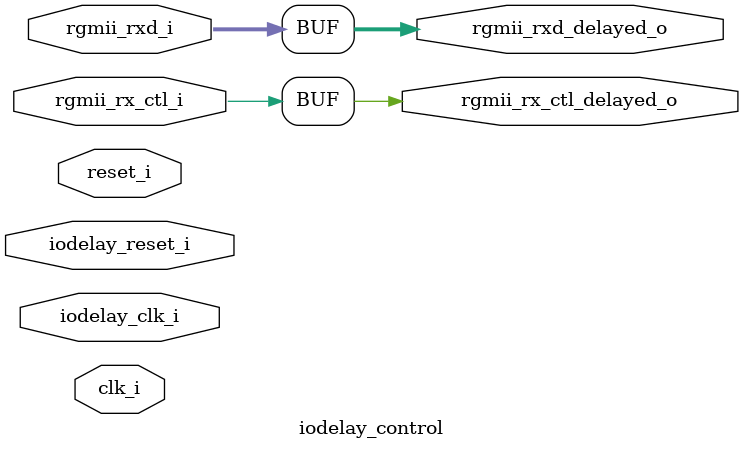
<source format=sv>

`include "bsg_defines.sv"

module iodelay_control #(
)
(
      input  logic       clk_i
    , input  logic       reset_i
    , input  logic       iodelay_clk_i
    , input  logic       iodelay_reset_i
    , input  logic [3:0] rgmii_rxd_i
    , input  logic       rgmii_rx_ctl_i
    , output logic [3:0] rgmii_rxd_delayed_o
    , output logic       rgmii_rx_ctl_delayed_o
);

  assign rgmii_rxd_delayed_o    = rgmii_rxd_i;
  assign rgmii_rx_ctl_delayed_o = rgmii_rx_ctl_i;

endmodule


</source>
